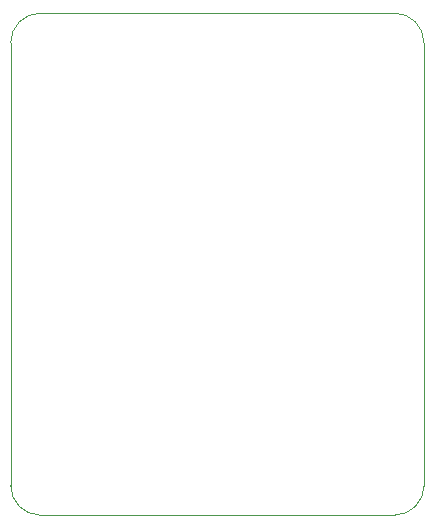
<source format=gm1>
G04 #@! TF.GenerationSoftware,KiCad,Pcbnew,9.0.2*
G04 #@! TF.CreationDate,2025-06-20T18:51:21-07:00*
G04 #@! TF.ProjectId,slime_tracker,736c696d-655f-4747-9261-636b65722e6b,rev?*
G04 #@! TF.SameCoordinates,Original*
G04 #@! TF.FileFunction,Profile,NP*
%FSLAX46Y46*%
G04 Gerber Fmt 4.6, Leading zero omitted, Abs format (unit mm)*
G04 Created by KiCad (PCBNEW 9.0.2) date 2025-06-20 18:51:21*
%MOMM*%
%LPD*%
G01*
G04 APERTURE LIST*
G04 #@! TA.AperFunction,Profile*
%ADD10C,0.050000*%
G04 #@! TD*
G04 APERTURE END LIST*
D10*
X125000000Y-112500000D02*
X155000000Y-112500000D01*
X157500000Y-110000000D02*
G75*
G02*
X155000000Y-112500000I-2500000J0D01*
G01*
X125000000Y-112500000D02*
G75*
G02*
X122500000Y-110000000I0J2500000D01*
G01*
X157500000Y-110000000D02*
X157500000Y-72500000D01*
X155000000Y-70000000D02*
G75*
G02*
X157500000Y-72500000I0J-2500000D01*
G01*
X122500000Y-72500000D02*
G75*
G02*
X125000000Y-70000000I2500000J0D01*
G01*
X122500000Y-72500000D02*
X122500000Y-110000000D01*
X155000000Y-70000000D02*
X125000000Y-70000000D01*
M02*

</source>
